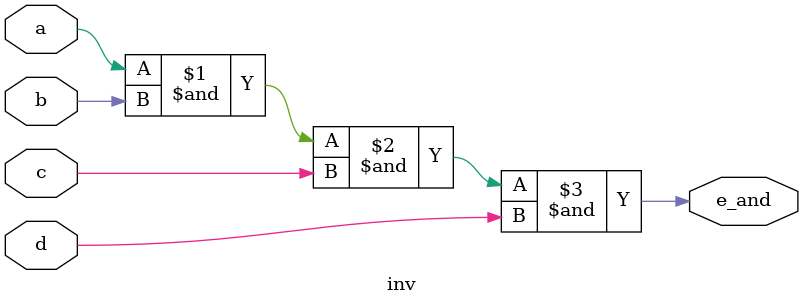
<source format=v>
`timescale 1ns / 1ps


module inv(
    input a,
    input b,
    input c,
    input d,
    output e_and
    );
    and(e_and,a,b,c,d);
    
endmodule
</source>
